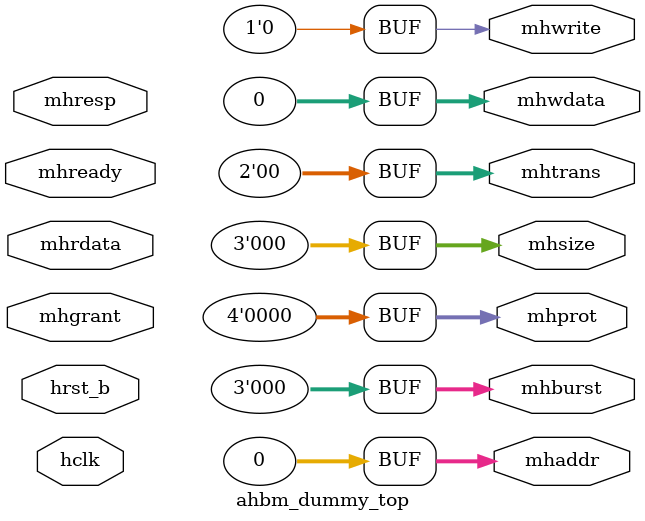
<source format=v>
module apb_dummy_top(	// file.cleaned.mlir:2:3
  input  [31:0] paddr,	// file.cleaned.mlir:2:31
  input         pclk,	// file.cleaned.mlir:2:48
                penable,	// file.cleaned.mlir:2:63
  input  [2:0]  pprot,	// file.cleaned.mlir:2:81
  input         psel,	// file.cleaned.mlir:2:97
  input  [31:0] pwdata,	// file.cleaned.mlir:2:112
  input         pwrite,	// file.cleaned.mlir:2:130
                presetn,	// file.cleaned.mlir:2:147
  output        intr,	// file.cleaned.mlir:2:166
  output [31:0] prdata	// file.cleaned.mlir:2:181
);

  assign intr = 1'h0;	// file.cleaned.mlir:3:14, :5:5
  assign prdata = 32'h0;	// file.cleaned.mlir:4:15, :5:5
endmodule

module ahb_dummy_top(	// file.cleaned.mlir:7:3
  input  [31:0] haddr,	// file.cleaned.mlir:7:31
  input         hclk,	// file.cleaned.mlir:7:48
  input  [3:0]  hprot,	// file.cleaned.mlir:7:63
  input         hrst_b,	// file.cleaned.mlir:7:79
                hsel,	// file.cleaned.mlir:7:96
  input  [2:0]  hsize,	// file.cleaned.mlir:7:111
  input  [1:0]  htrans,	// file.cleaned.mlir:7:127
  input  [31:0] hwdata,	// file.cleaned.mlir:7:144
  input         hwrite,	// file.cleaned.mlir:7:162
  output [31:0] hrdata,	// file.cleaned.mlir:7:180
  output        hready,	// file.cleaned.mlir:7:198
  output [1:0]  hresp,	// file.cleaned.mlir:7:215
  output        intr	// file.cleaned.mlir:7:231
);

  assign hrdata = 32'h0;	// file.cleaned.mlir:11:15, :12:5
  assign hready = 1'h1;	// file.cleaned.mlir:10:13, :12:5
  assign hresp = 2'h0;	// file.cleaned.mlir:9:14, :12:5
  assign intr = 1'h0;	// file.cleaned.mlir:8:14, :12:5
endmodule

module ahbm_dummy_top(	// file.cleaned.mlir:14:3
  input         hclk,	// file.cleaned.mlir:14:32
                hrst_b,	// file.cleaned.mlir:14:47
  input  [31:0] mhrdata,	// file.cleaned.mlir:14:64
  input  [1:0]  mhresp,	// file.cleaned.mlir:14:83
  input         mhready,	// file.cleaned.mlir:14:100
                mhgrant,	// file.cleaned.mlir:14:118
  output [31:0] mhwdata,	// file.cleaned.mlir:14:137
  output [2:0]  mhburst,	// file.cleaned.mlir:14:156
  output [1:0]  mhtrans,	// file.cleaned.mlir:14:174
  output        mhwrite,	// file.cleaned.mlir:14:192
  output [31:0] mhaddr,	// file.cleaned.mlir:14:210
  output [2:0]  mhsize,	// file.cleaned.mlir:14:228
  output [3:0]  mhprot	// file.cleaned.mlir:14:245
);

  assign mhwdata = 32'h0;	// file.cleaned.mlir:19:15, :20:5
  assign mhburst = 3'h0;	// file.cleaned.mlir:18:14, :20:5
  assign mhtrans = 2'h0;	// file.cleaned.mlir:16:14, :20:5
  assign mhwrite = 1'h0;	// file.cleaned.mlir:15:14, :20:5
  assign mhaddr = 32'h0;	// file.cleaned.mlir:19:15, :20:5
  assign mhsize = 3'h0;	// file.cleaned.mlir:18:14, :20:5
  assign mhprot = 4'h0;	// file.cleaned.mlir:17:14, :20:5
endmodule


</source>
